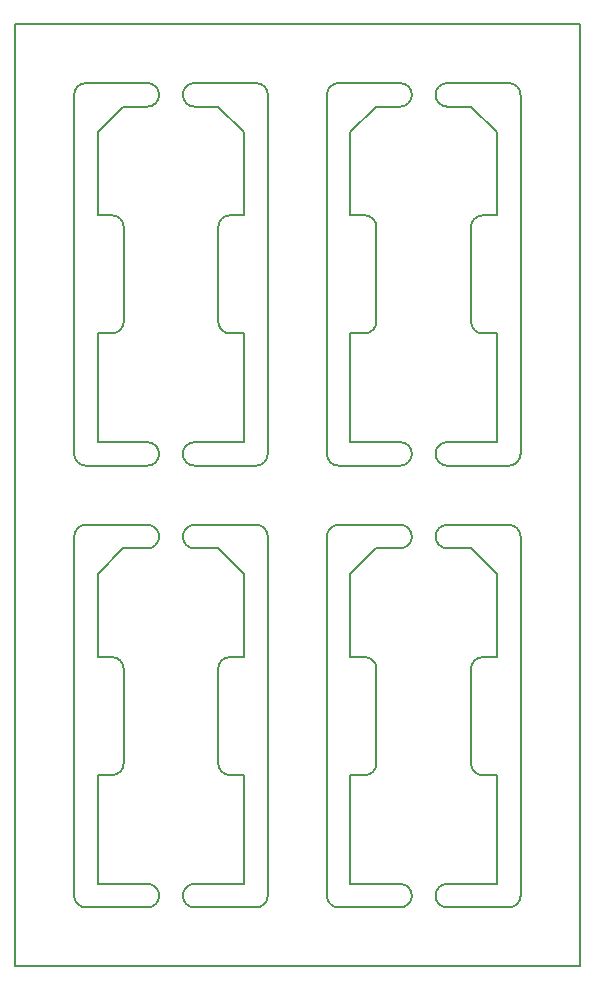
<source format=gm1>
G04 #@! TF.GenerationSoftware,KiCad,Pcbnew,(7.0.0-0)*
G04 #@! TF.CreationDate,2025-08-17T10:04:58+12:00*
G04 #@! TF.ProjectId,signal_panelized_X4,7369676e-616c-45f7-9061-6e656c697a65,rev?*
G04 #@! TF.SameCoordinates,Original*
G04 #@! TF.FileFunction,Profile,NP*
%FSLAX46Y46*%
G04 Gerber Fmt 4.6, Leading zero omitted, Abs format (unit mm)*
G04 Created by KiCad (PCBNEW (7.0.0-0)) date 2025-08-17 10:04:58*
%MOMM*%
%LPD*%
G01*
G04 APERTURE LIST*
G04 #@! TA.AperFunction,Profile*
%ADD10C,0.150000*%
G04 #@! TD*
G04 APERTURE END LIST*
D10*
X169250000Y-117650000D02*
X169250000Y-126850000D01*
X145850000Y-127850000D02*
X145850000Y-97450000D01*
X167250000Y-90450000D02*
X167250000Y-60050000D01*
X146850000Y-59050000D02*
G75*
G03*
X145850000Y-60050000I0J-1000000D01*
G01*
X181650000Y-70250000D02*
X180450000Y-70250000D01*
X149050000Y-80250000D02*
G75*
G03*
X150050000Y-79250000I0J1000000D01*
G01*
X168250000Y-96450000D02*
G75*
G03*
X167250000Y-97450000I0J-1000000D01*
G01*
X156050036Y-89450003D02*
X160250000Y-89450000D01*
X173450000Y-128850000D02*
X168250000Y-128850000D01*
X171450000Y-108650000D02*
X171450000Y-116650000D01*
X182650000Y-128850000D02*
G75*
G03*
X183650000Y-127850000I0J1000000D01*
G01*
X179475126Y-61050000D02*
X181650000Y-63224874D01*
X160250000Y-107650000D02*
X159050000Y-107650000D01*
X179450000Y-108650000D02*
X179450000Y-116650000D01*
X169250000Y-63224874D02*
X171424874Y-61050000D01*
X161250000Y-91450000D02*
X156050036Y-91450001D01*
X181650000Y-100624874D02*
X181650000Y-107650000D01*
X162250000Y-97450000D02*
G75*
G03*
X161250000Y-96450000I-1000000J0D01*
G01*
X180450000Y-107650000D02*
G75*
G03*
X179450000Y-108650000I0J-1000000D01*
G01*
X156050000Y-96450000D02*
X161250000Y-96450000D01*
X170450000Y-80250000D02*
G75*
G03*
X171450000Y-79250000I0J1000000D01*
G01*
X177450000Y-61049998D02*
X179475126Y-61050000D01*
X169250000Y-117650000D02*
X170450000Y-117650000D01*
X179450000Y-116650000D02*
G75*
G03*
X180450000Y-117650000I1000000J0D01*
G01*
X140850000Y-54050000D02*
X188650000Y-54050000D01*
X188650000Y-54050000D02*
X188650000Y-133850000D01*
X188650000Y-133850000D02*
X140850000Y-133850000D01*
X140850000Y-133850000D02*
X140850000Y-54050000D01*
X183650000Y-97450000D02*
X183650000Y-127850000D01*
X147850000Y-63224874D02*
X150024874Y-61050000D01*
X146850000Y-59050000D02*
X152049964Y-59049999D01*
X171450000Y-108650000D02*
G75*
G03*
X170450000Y-107650000I-1000000J0D01*
G01*
X147850000Y-117650000D02*
X149050000Y-117650000D01*
X169250000Y-107650000D02*
X170450000Y-107650000D01*
X159050000Y-107650000D02*
G75*
G03*
X158050000Y-108650000I0J-1000000D01*
G01*
X158050000Y-108650000D02*
X158050000Y-116650000D01*
X171424874Y-61050000D02*
X173449964Y-61049997D01*
X147850000Y-100624874D02*
X147850000Y-107650000D01*
X150050000Y-108650000D02*
X150050000Y-116650000D01*
X160250000Y-117650000D02*
X160250000Y-126850000D01*
X169250000Y-63224874D02*
X169250000Y-70250000D01*
X150050000Y-71250000D02*
X150050000Y-79250000D01*
X147850000Y-70250000D02*
X149050000Y-70250000D01*
X167250000Y-127850000D02*
X167250000Y-97450000D01*
X169250000Y-80250000D02*
X169250000Y-89450000D01*
X181650000Y-80250000D02*
X180450000Y-80250000D01*
X158075126Y-98450000D02*
X160250000Y-100624874D01*
X161250000Y-128850000D02*
X156050036Y-128850001D01*
X152050000Y-128850000D02*
X146850000Y-128850000D01*
X158050000Y-116650000D02*
G75*
G03*
X159050000Y-117650000I1000000J0D01*
G01*
X158050000Y-71250000D02*
X158050000Y-79250000D01*
X147850000Y-80250000D02*
X149050000Y-80250000D01*
X168250000Y-59050000D02*
G75*
G03*
X167250000Y-60050000I0J-1000000D01*
G01*
X146850000Y-96450000D02*
X152049964Y-96449999D01*
X181650000Y-117650000D02*
X181650000Y-126850000D01*
X181650000Y-80250000D02*
X181650000Y-89450000D01*
X152050000Y-126850002D02*
X147850000Y-126850000D01*
X167250000Y-90450000D02*
G75*
G03*
X168250000Y-91450000I1000000J0D01*
G01*
X177450000Y-98449998D02*
X179475126Y-98450000D01*
X162250000Y-60050000D02*
G75*
G03*
X161250000Y-59050000I-1000000J0D01*
G01*
X156050036Y-126850003D02*
X160250000Y-126850000D01*
X145850000Y-90450000D02*
G75*
G03*
X146850000Y-91450000I1000000J0D01*
G01*
X182650000Y-91450000D02*
X177450036Y-91450001D01*
X177450036Y-126850003D02*
X181650000Y-126850000D01*
X150050000Y-108650000D02*
G75*
G03*
X149050000Y-107650000I-1000000J0D01*
G01*
X168250000Y-96450000D02*
X173449964Y-96449999D01*
X156050000Y-61049998D02*
X158075126Y-61050000D01*
X182650000Y-128850000D02*
X177450036Y-128850001D01*
X145850000Y-127850000D02*
G75*
G03*
X146850000Y-128850000I1000000J0D01*
G01*
X158050000Y-79250000D02*
G75*
G03*
X159050000Y-80250000I1000000J0D01*
G01*
X147850000Y-107650000D02*
X149050000Y-107650000D01*
X167250000Y-127850000D02*
G75*
G03*
X168250000Y-128850000I1000000J0D01*
G01*
X160250000Y-100624874D02*
X160250000Y-107650000D01*
X146850000Y-96450000D02*
G75*
G03*
X145850000Y-97450000I0J-1000000D01*
G01*
X161250000Y-91450000D02*
G75*
G03*
X162250000Y-90450000I0J1000000D01*
G01*
X169250000Y-100624874D02*
X169250000Y-107650000D01*
X173450000Y-126850002D02*
X169250000Y-126850000D01*
X180450000Y-70250000D02*
G75*
G03*
X179450000Y-71250000I0J-1000000D01*
G01*
X150050000Y-71250000D02*
G75*
G03*
X149050000Y-70250000I-1000000J0D01*
G01*
X177450000Y-59050000D02*
X182650000Y-59050000D01*
X160250000Y-117650000D02*
X159050000Y-117650000D01*
X181650000Y-63224874D02*
X181650000Y-70250000D01*
X173450000Y-91450000D02*
X168250000Y-91450000D01*
X162250000Y-60050000D02*
X162250000Y-90450000D01*
X183650000Y-97450000D02*
G75*
G03*
X182650000Y-96450000I-1000000J0D01*
G01*
X150024874Y-61050000D02*
X152049964Y-61049997D01*
X158075126Y-61050000D02*
X160250000Y-63224874D01*
X179450000Y-71250000D02*
X179450000Y-79250000D01*
X147850000Y-117650000D02*
X147850000Y-126850000D01*
X147850000Y-63224874D02*
X147850000Y-70250000D01*
X160250000Y-80250000D02*
X159050000Y-80250000D01*
X179475126Y-98450000D02*
X181650000Y-100624874D01*
X181650000Y-107650000D02*
X180450000Y-107650000D01*
X171424874Y-98450000D02*
X173449964Y-98449997D01*
X160250000Y-63224874D02*
X160250000Y-70250000D01*
X156050000Y-98449998D02*
X158075126Y-98450000D01*
X170450000Y-117650000D02*
G75*
G03*
X171450000Y-116650000I0J1000000D01*
G01*
X162250000Y-97450000D02*
X162250000Y-127850000D01*
X156050000Y-59050000D02*
X161250000Y-59050000D01*
X152050000Y-89450002D02*
X147850000Y-89450000D01*
X177450036Y-89450003D02*
X181650000Y-89450000D01*
X152050000Y-91450000D02*
X146850000Y-91450000D01*
X145850000Y-90450000D02*
X145850000Y-60050000D01*
X169250000Y-100624874D02*
X171424874Y-98450000D01*
X161250000Y-128850000D02*
G75*
G03*
X162250000Y-127850000I0J1000000D01*
G01*
X183650000Y-60050000D02*
G75*
G03*
X182650000Y-59050000I-1000000J0D01*
G01*
X183650000Y-60050000D02*
X183650000Y-90450000D01*
X169250000Y-70250000D02*
X170450000Y-70250000D01*
X177450000Y-96450000D02*
X182650000Y-96450000D01*
X160250000Y-80250000D02*
X160250000Y-89450000D01*
X168250000Y-59050000D02*
X173449964Y-59049999D01*
X173450000Y-89450002D02*
X169250000Y-89450000D01*
X182650000Y-91450000D02*
G75*
G03*
X183650000Y-90450000I0J1000000D01*
G01*
X149050000Y-117650000D02*
G75*
G03*
X150050000Y-116650000I0J1000000D01*
G01*
X147850000Y-80250000D02*
X147850000Y-89450000D01*
X159050000Y-70250000D02*
G75*
G03*
X158050000Y-71250000I0J-1000000D01*
G01*
X160250000Y-70250000D02*
X159050000Y-70250000D01*
X181650000Y-117650000D02*
X180450000Y-117650000D01*
X150024874Y-98450000D02*
X152049964Y-98449997D01*
X171450000Y-71250000D02*
X171450000Y-79250000D01*
X169250000Y-80250000D02*
X170450000Y-80250000D01*
X179450000Y-79250000D02*
G75*
G03*
X180450000Y-80250000I1000000J0D01*
G01*
X171450000Y-71250000D02*
G75*
G03*
X170450000Y-70250000I-1000000J0D01*
G01*
X147850000Y-100624874D02*
X150024874Y-98450000D01*
X156050036Y-126850003D02*
G75*
G03*
X156050036Y-128850001I-19J-999999D01*
G01*
X152050000Y-128849998D02*
G75*
G03*
X152050000Y-126850002I20J999998D01*
G01*
X173449964Y-61049997D02*
G75*
G03*
X173449964Y-59049999I19J999999D01*
G01*
X177450000Y-59050002D02*
G75*
G03*
X177450000Y-61049998I-20J-999998D01*
G01*
X152049964Y-98449997D02*
G75*
G03*
X152049964Y-96449999I19J999999D01*
G01*
X156050000Y-96450002D02*
G75*
G03*
X156050000Y-98449998I-20J-999998D01*
G01*
X177450036Y-89450003D02*
G75*
G03*
X177450036Y-91450001I-19J-999999D01*
G01*
X173450000Y-91449998D02*
G75*
G03*
X173450000Y-89450002I20J999998D01*
G01*
X177450036Y-126850003D02*
G75*
G03*
X177450036Y-128850001I-19J-999999D01*
G01*
X173450000Y-128849998D02*
G75*
G03*
X173450000Y-126850002I20J999998D01*
G01*
X173449964Y-98449997D02*
G75*
G03*
X173449964Y-96449999I19J999999D01*
G01*
X177450000Y-96450002D02*
G75*
G03*
X177450000Y-98449998I-20J-999998D01*
G01*
X152049964Y-61049997D02*
G75*
G03*
X152049964Y-59049999I19J999999D01*
G01*
X156050000Y-59050002D02*
G75*
G03*
X156050000Y-61049998I-20J-999998D01*
G01*
X156050036Y-89450003D02*
G75*
G03*
X156050036Y-91450001I-19J-999999D01*
G01*
X152050000Y-91449998D02*
G75*
G03*
X152050000Y-89450002I20J999998D01*
G01*
M02*

</source>
